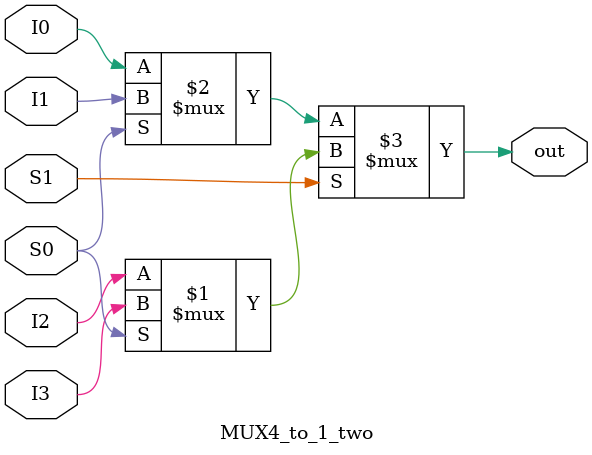
<source format=v>
module MUX4_to_1 (
	output wire out,
	input  wire I0, I1, I2, I3,
	input  wire S1, S0
);

 assign out = (~S1 & ~S0 & I0) | (~S1 & S0 & I1) | (S1 & S0 & I3);

endmodule



module MUX4_to_1_two (
	output wire out,
	input  wire I0, I1, I2, I3,
	input  wire S1, S0
);

 assign out = S1 ? (S0 ? I3 : I2) : (S0 ? I1 : I0);

endmodule



</source>
